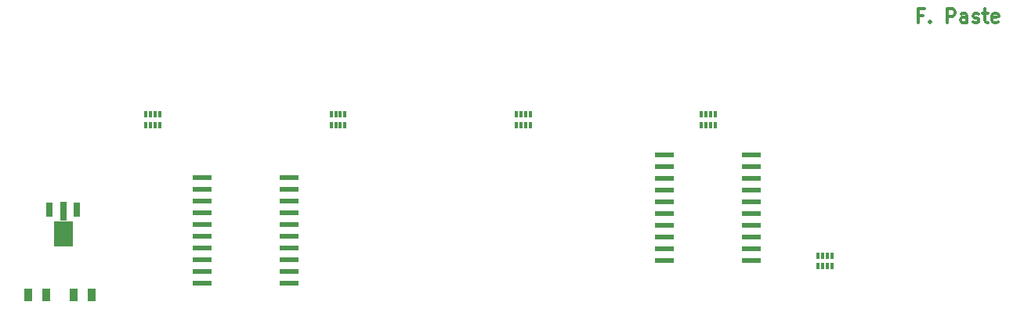
<source format=gtp>
G04 (created by PCBNEW (2013-07-07 BZR 4022)-stable) date 18/09/2013 13:21:15*
%MOIN*%
G04 Gerber Fmt 3.4, Leading zero omitted, Abs format*
%FSLAX34Y34*%
G01*
G70*
G90*
G04 APERTURE LIST*
%ADD10C,0.00590551*%
%ADD11C,0.011811*%
%ADD12R,0.0118X0.0256*%
%ADD13R,0.0787402X0.023622*%
%ADD14R,0.035X0.055*%
%ADD15R,0.0276X0.063*%
%ADD16R,0.0276X0.0827*%
%ADD17R,0.0787X0.1083*%
G04 APERTURE END LIST*
G54D10*
G54D11*
X45345Y-7961D02*
X45149Y-7961D01*
X45149Y-8270D02*
X45149Y-7679D01*
X45430Y-7679D01*
X45655Y-8214D02*
X45683Y-8242D01*
X45655Y-8270D01*
X45627Y-8242D01*
X45655Y-8214D01*
X45655Y-8270D01*
X46386Y-8270D02*
X46386Y-7679D01*
X46611Y-7679D01*
X46667Y-7708D01*
X46695Y-7736D01*
X46723Y-7792D01*
X46723Y-7876D01*
X46695Y-7933D01*
X46667Y-7961D01*
X46611Y-7989D01*
X46386Y-7989D01*
X47230Y-8270D02*
X47230Y-7961D01*
X47201Y-7904D01*
X47145Y-7876D01*
X47033Y-7876D01*
X46976Y-7904D01*
X47230Y-8242D02*
X47173Y-8270D01*
X47033Y-8270D01*
X46976Y-8242D01*
X46948Y-8186D01*
X46948Y-8129D01*
X46976Y-8073D01*
X47033Y-8045D01*
X47173Y-8045D01*
X47230Y-8017D01*
X47483Y-8242D02*
X47539Y-8270D01*
X47651Y-8270D01*
X47708Y-8242D01*
X47736Y-8186D01*
X47736Y-8158D01*
X47708Y-8101D01*
X47651Y-8073D01*
X47567Y-8073D01*
X47511Y-8045D01*
X47483Y-7989D01*
X47483Y-7961D01*
X47511Y-7904D01*
X47567Y-7876D01*
X47651Y-7876D01*
X47708Y-7904D01*
X47904Y-7876D02*
X48129Y-7876D01*
X47989Y-7679D02*
X47989Y-8186D01*
X48017Y-8242D01*
X48073Y-8270D01*
X48129Y-8270D01*
X48551Y-8242D02*
X48495Y-8270D01*
X48383Y-8270D01*
X48326Y-8242D01*
X48298Y-8186D01*
X48298Y-7961D01*
X48326Y-7904D01*
X48383Y-7876D01*
X48495Y-7876D01*
X48551Y-7904D01*
X48579Y-7961D01*
X48579Y-8017D01*
X48298Y-8073D01*
G54D12*
X41476Y-18197D03*
X41279Y-18197D03*
X41082Y-18197D03*
X40885Y-18197D03*
X40885Y-18650D03*
X41082Y-18650D03*
X41279Y-18650D03*
X41476Y-18650D03*
X12303Y-12629D03*
X12500Y-12629D03*
X12697Y-12629D03*
X12894Y-12629D03*
X12894Y-12176D03*
X12697Y-12176D03*
X12500Y-12176D03*
X12303Y-12176D03*
X20177Y-12629D03*
X20374Y-12629D03*
X20571Y-12629D03*
X20768Y-12629D03*
X20768Y-12176D03*
X20571Y-12176D03*
X20374Y-12176D03*
X20177Y-12176D03*
X28051Y-12629D03*
X28248Y-12629D03*
X28445Y-12629D03*
X28642Y-12629D03*
X28642Y-12176D03*
X28445Y-12176D03*
X28248Y-12176D03*
X28051Y-12176D03*
X35925Y-12629D03*
X36122Y-12629D03*
X36319Y-12629D03*
X36516Y-12629D03*
X36516Y-12176D03*
X36319Y-12176D03*
X36122Y-12176D03*
X35925Y-12176D03*
G54D13*
X14685Y-14875D03*
X14685Y-15375D03*
X14685Y-15875D03*
X14685Y-16375D03*
X14685Y-16875D03*
X14685Y-17375D03*
X14685Y-17875D03*
X14685Y-18375D03*
X14685Y-18875D03*
X14685Y-19375D03*
X18385Y-19375D03*
X18385Y-18875D03*
X18385Y-18375D03*
X18385Y-17875D03*
X18385Y-17375D03*
X18385Y-16875D03*
X18385Y-16375D03*
X18385Y-15875D03*
X18385Y-15375D03*
X18385Y-14875D03*
X34370Y-13891D03*
X34370Y-14391D03*
X34370Y-14891D03*
X34370Y-15391D03*
X34370Y-15891D03*
X34370Y-16391D03*
X34370Y-16891D03*
X34370Y-17391D03*
X34370Y-17891D03*
X34370Y-18391D03*
X38070Y-18391D03*
X38070Y-17891D03*
X38070Y-17391D03*
X38070Y-16891D03*
X38070Y-16391D03*
X38070Y-15891D03*
X38070Y-15391D03*
X38070Y-14891D03*
X38070Y-14391D03*
X38070Y-13891D03*
G54D14*
X7302Y-19881D03*
X8052Y-19881D03*
X9981Y-19881D03*
X9231Y-19881D03*
G54D15*
X9370Y-16220D03*
G54D16*
X8779Y-16318D03*
G54D15*
X8188Y-16220D03*
G54D17*
X8779Y-17263D03*
M02*

</source>
